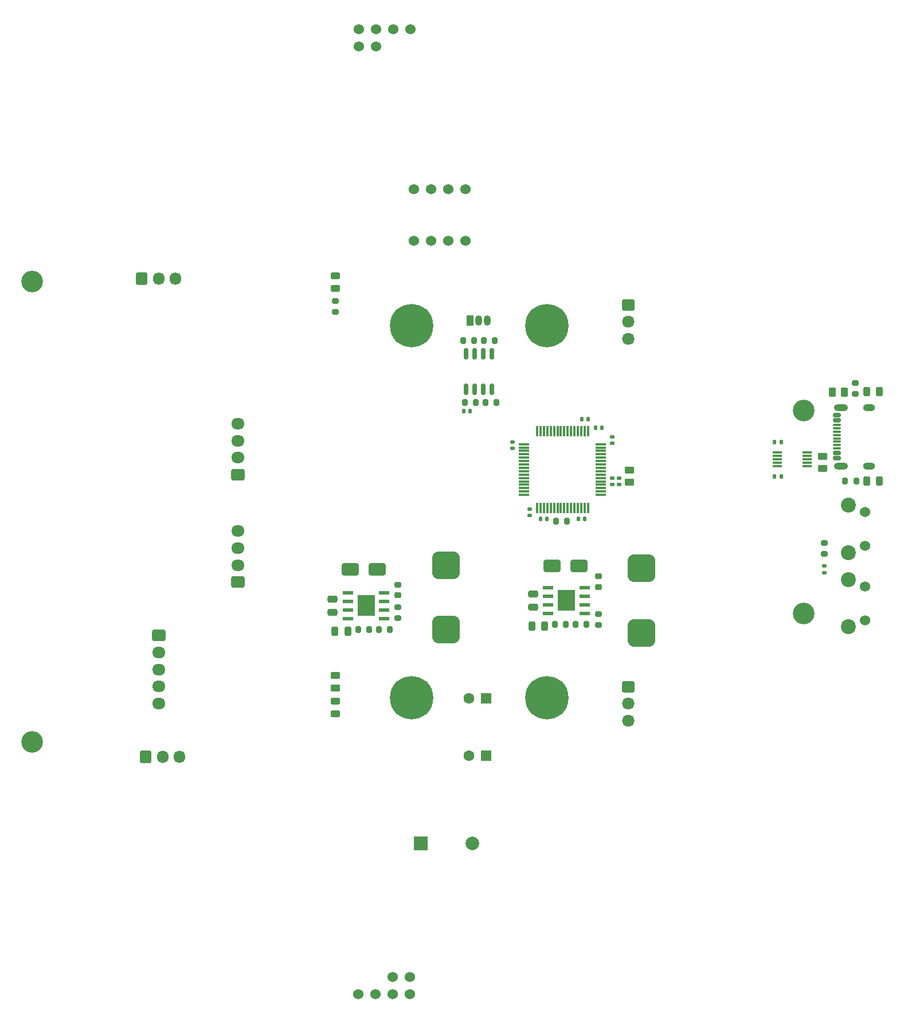
<source format=gbr>
%TF.GenerationSoftware,KiCad,Pcbnew,7.0.9*%
%TF.CreationDate,2025-01-29T15:25:45+09:00*%
%TF.ProjectId,01-MAIN,30312d4d-4149-44e2-9e6b-696361645f70,rev?*%
%TF.SameCoordinates,Original*%
%TF.FileFunction,Soldermask,Bot*%
%TF.FilePolarity,Negative*%
%FSLAX46Y46*%
G04 Gerber Fmt 4.6, Leading zero omitted, Abs format (unit mm)*
G04 Created by KiCad (PCBNEW 7.0.9) date 2025-01-29 15:25:45*
%MOMM*%
%LPD*%
G01*
G04 APERTURE LIST*
G04 Aperture macros list*
%AMRoundRect*
0 Rectangle with rounded corners*
0 $1 Rounding radius*
0 $2 $3 $4 $5 $6 $7 $8 $9 X,Y pos of 4 corners*
0 Add a 4 corners polygon primitive as box body*
4,1,4,$2,$3,$4,$5,$6,$7,$8,$9,$2,$3,0*
0 Add four circle primitives for the rounded corners*
1,1,$1+$1,$2,$3*
1,1,$1+$1,$4,$5*
1,1,$1+$1,$6,$7*
1,1,$1+$1,$8,$9*
0 Add four rect primitives between the rounded corners*
20,1,$1+$1,$2,$3,$4,$5,0*
20,1,$1+$1,$4,$5,$6,$7,0*
20,1,$1+$1,$6,$7,$8,$9,0*
20,1,$1+$1,$8,$9,$2,$3,0*%
G04 Aperture macros list end*
%ADD10RoundRect,0.250000X0.725000X-0.600000X0.725000X0.600000X-0.725000X0.600000X-0.725000X-0.600000X0*%
%ADD11O,1.950000X1.700000*%
%ADD12C,0.800000*%
%ADD13C,6.400000*%
%ADD14RoundRect,0.250000X-0.725000X0.600000X-0.725000X-0.600000X0.725000X-0.600000X0.725000X0.600000X0*%
%ADD15RoundRect,0.250000X-0.675000X0.600000X-0.675000X-0.600000X0.675000X-0.600000X0.675000X0.600000X0*%
%ADD16O,1.850000X1.700000*%
%ADD17R,1.050000X1.500000*%
%ADD18O,1.050000X1.500000*%
%ADD19C,3.200000*%
%ADD20RoundRect,0.250000X-0.600000X-0.675000X0.600000X-0.675000X0.600000X0.675000X-0.600000X0.675000X0*%
%ADD21O,1.700000X1.850000*%
%ADD22R,1.600000X1.600000*%
%ADD23C,1.600000*%
%ADD24C,1.524000*%
%ADD25R,2.000000X2.000000*%
%ADD26C,2.000000*%
%ADD27RoundRect,0.243750X-0.456250X0.243750X-0.456250X-0.243750X0.456250X-0.243750X0.456250X0.243750X0*%
%ADD28RoundRect,0.140000X0.140000X0.170000X-0.140000X0.170000X-0.140000X-0.170000X0.140000X-0.170000X0*%
%ADD29R,1.550000X0.600000*%
%ADD30R,2.600000X3.100000*%
%ADD31RoundRect,0.140000X-0.170000X0.140000X-0.170000X-0.140000X0.170000X-0.140000X0.170000X0.140000X0*%
%ADD32RoundRect,0.243750X0.243750X0.456250X-0.243750X0.456250X-0.243750X-0.456250X0.243750X-0.456250X0*%
%ADD33RoundRect,0.225000X0.250000X-0.225000X0.250000X0.225000X-0.250000X0.225000X-0.250000X-0.225000X0*%
%ADD34RoundRect,0.243750X-0.243750X-0.456250X0.243750X-0.456250X0.243750X0.456250X-0.243750X0.456250X0*%
%ADD35RoundRect,0.250000X0.450000X-0.262500X0.450000X0.262500X-0.450000X0.262500X-0.450000X-0.262500X0*%
%ADD36R,1.400000X0.300000*%
%ADD37RoundRect,0.200000X-0.200000X-0.275000X0.200000X-0.275000X0.200000X0.275000X-0.200000X0.275000X0*%
%ADD38RoundRect,0.250000X0.262500X0.450000X-0.262500X0.450000X-0.262500X-0.450000X0.262500X-0.450000X0*%
%ADD39RoundRect,0.200000X0.275000X-0.200000X0.275000X0.200000X-0.275000X0.200000X-0.275000X-0.200000X0*%
%ADD40C,2.200000*%
%ADD41RoundRect,0.200000X-0.275000X0.200000X-0.275000X-0.200000X0.275000X-0.200000X0.275000X0.200000X0*%
%ADD42RoundRect,1.025000X1.025000X-1.025000X1.025000X1.025000X-1.025000X1.025000X-1.025000X-1.025000X0*%
%ADD43O,1.800000X1.000000*%
%ADD44O,2.100000X1.000000*%
%ADD45RoundRect,0.150000X-0.425000X0.150000X-0.425000X-0.150000X0.425000X-0.150000X0.425000X0.150000X0*%
%ADD46RoundRect,0.075000X-0.500000X0.075000X-0.500000X-0.075000X0.500000X-0.075000X0.500000X0.075000X0*%
%ADD47RoundRect,0.200000X0.200000X0.275000X-0.200000X0.275000X-0.200000X-0.275000X0.200000X-0.275000X0*%
%ADD48RoundRect,0.075000X0.700000X0.075000X-0.700000X0.075000X-0.700000X-0.075000X0.700000X-0.075000X0*%
%ADD49RoundRect,0.075000X0.075000X0.700000X-0.075000X0.700000X-0.075000X-0.700000X0.075000X-0.700000X0*%
%ADD50RoundRect,0.140000X-0.140000X-0.170000X0.140000X-0.170000X0.140000X0.170000X-0.140000X0.170000X0*%
%ADD51RoundRect,0.250000X-0.475000X0.250000X-0.475000X-0.250000X0.475000X-0.250000X0.475000X0.250000X0*%
%ADD52RoundRect,0.150000X-0.150000X0.675000X-0.150000X-0.675000X0.150000X-0.675000X0.150000X0.675000X0*%
%ADD53RoundRect,0.250000X-0.450000X0.262500X-0.450000X-0.262500X0.450000X-0.262500X0.450000X0.262500X0*%
%ADD54RoundRect,0.140000X0.170000X-0.140000X0.170000X0.140000X-0.170000X0.140000X-0.170000X-0.140000X0*%
%ADD55RoundRect,0.250000X-1.000000X-0.650000X1.000000X-0.650000X1.000000X0.650000X-1.000000X0.650000X0*%
%ADD56RoundRect,0.243750X0.456250X-0.243750X0.456250X0.243750X-0.456250X0.243750X-0.456250X-0.243750X0*%
G04 APERTURE END LIST*
D10*
%TO.C,J1*%
X104394000Y-94488000D03*
D11*
X104394000Y-91988000D03*
X104394000Y-89488000D03*
X104394000Y-86988000D03*
%TD*%
D12*
%TO.C,H4*%
X127600000Y-127500000D03*
X128302944Y-125802944D03*
X128302944Y-129197056D03*
X130000000Y-125100000D03*
D13*
X130000000Y-127500000D03*
D12*
X130000000Y-129900000D03*
X131697056Y-125802944D03*
X131697056Y-129197056D03*
X132400000Y-127500000D03*
%TD*%
D14*
%TO.C,J3*%
X92710000Y-118270000D03*
D11*
X92710000Y-120770000D03*
X92710000Y-123270000D03*
X92710000Y-125770000D03*
X92710000Y-128270000D03*
%TD*%
D15*
%TO.C,J5*%
X162052000Y-69422000D03*
D16*
X162052000Y-71922000D03*
X162052000Y-74422000D03*
%TD*%
D17*
%TO.C,Q1*%
X138684000Y-71734000D03*
D18*
X139954000Y-71734000D03*
X141224000Y-71734000D03*
%TD*%
D19*
%TO.C,REF\u002A\u002A*%
X74000000Y-134000000D03*
%TD*%
%TO.C,REF\u002A\u002A*%
X187900000Y-115000000D03*
%TD*%
%TO.C,REF\u002A\u002A*%
X187900000Y-85000000D03*
%TD*%
D20*
%TO.C,J8*%
X90170000Y-65532000D03*
D21*
X92670000Y-65532000D03*
X95170000Y-65532000D03*
%TD*%
D20*
%TO.C,J7*%
X90758000Y-136144000D03*
D21*
X93258000Y-136144000D03*
X95758000Y-136144000D03*
%TD*%
D22*
%TO.C,C18*%
X141000000Y-136000000D03*
D23*
X138500000Y-136000000D03*
%TD*%
D12*
%TO.C,H2*%
X147600000Y-72500000D03*
X148302944Y-70802944D03*
X148302944Y-74197056D03*
X150000000Y-70100000D03*
D13*
X150000000Y-72500000D03*
D12*
X150000000Y-74900000D03*
X151697056Y-70802944D03*
X151697056Y-74197056D03*
X152400000Y-72500000D03*
%TD*%
D24*
%TO.C,U5*%
X122174000Y-171270000D03*
X124714000Y-171270000D03*
X127254000Y-171270000D03*
X129794000Y-171270000D03*
X127254000Y-168730000D03*
X129794000Y-168730000D03*
%TD*%
D15*
%TO.C,J6*%
X162052000Y-125810000D03*
D16*
X162052000Y-128310000D03*
X162052000Y-130810000D03*
%TD*%
D12*
%TO.C,H3*%
X127600000Y-72500000D03*
X128302944Y-70802944D03*
X128302944Y-74197056D03*
X130000000Y-70100000D03*
D13*
X130000000Y-72500000D03*
D12*
X130000000Y-74900000D03*
X131697056Y-70802944D03*
X131697056Y-74197056D03*
X132400000Y-72500000D03*
%TD*%
D24*
%TO.C,U3*%
X129810000Y-28730000D03*
X127270000Y-28730000D03*
X124730000Y-28730000D03*
X122190000Y-28730000D03*
X124730000Y-31270000D03*
X122190000Y-31270000D03*
%TD*%
D10*
%TO.C,J2*%
X104394000Y-110363000D03*
D11*
X104394000Y-107863000D03*
X104394000Y-105363000D03*
X104394000Y-102863000D03*
%TD*%
D24*
%TO.C,U4*%
X130380000Y-60000000D03*
X132920000Y-60000000D03*
X135460000Y-60000000D03*
X138000000Y-60000000D03*
X138000000Y-52380000D03*
X135460000Y-52380000D03*
X132920000Y-52380000D03*
X130380000Y-52380000D03*
%TD*%
D22*
%TO.C,C19*%
X141000000Y-127508000D03*
D23*
X138500000Y-127508000D03*
%TD*%
D25*
%TO.C,BZ1*%
X131400000Y-149000000D03*
D26*
X139000000Y-149000000D03*
%TD*%
D19*
%TO.C,REF\u002A\u002A*%
X74000000Y-66000000D03*
%TD*%
D12*
%TO.C,H1*%
X147600000Y-127500000D03*
X148302944Y-125802944D03*
X148302944Y-129197056D03*
X150000000Y-125100000D03*
D13*
X150000000Y-127500000D03*
D12*
X150000000Y-129900000D03*
X151697056Y-125802944D03*
X151697056Y-129197056D03*
X152400000Y-127500000D03*
%TD*%
D27*
%TO.C,D2*%
X118745000Y-127967500D03*
X118745000Y-129842500D03*
%TD*%
D28*
%TO.C,C12*%
X184601000Y-89688000D03*
X183641000Y-89688000D03*
%TD*%
D29*
%TO.C,U8*%
X125982000Y-111928000D03*
X125982000Y-113198000D03*
X125982000Y-114468000D03*
X125982000Y-115738000D03*
X120582000Y-115738000D03*
X120582000Y-114468000D03*
X120582000Y-113198000D03*
X120582000Y-111928000D03*
D30*
X123282000Y-113833000D03*
%TD*%
D31*
%TO.C,C10*%
X159679000Y-95016000D03*
X159679000Y-95976000D03*
%TD*%
D32*
%TO.C,D7*%
X149636500Y-116916000D03*
X147761500Y-116916000D03*
%TD*%
D33*
%TO.C,C17*%
X128016000Y-112344000D03*
X128016000Y-110794000D03*
%TD*%
D34*
%TO.C,D4*%
X197211500Y-95486000D03*
X199086500Y-95486000D03*
%TD*%
D35*
%TO.C,R9*%
X190754000Y-93622500D03*
X190754000Y-91797500D03*
%TD*%
D36*
%TO.C,U6*%
X188468000Y-91218000D03*
X188468000Y-91718000D03*
X188468000Y-92218000D03*
X188468000Y-92718000D03*
X188468000Y-93218000D03*
X184068000Y-93218000D03*
X184068000Y-92718000D03*
X184068000Y-92218000D03*
X184068000Y-91718000D03*
X184068000Y-91218000D03*
%TD*%
D37*
%TO.C,R18*%
X122111000Y-117411000D03*
X123761000Y-117411000D03*
%TD*%
D29*
%TO.C,U7*%
X155555000Y-111179000D03*
X155555000Y-112449000D03*
X155555000Y-113719000D03*
X155555000Y-114989000D03*
X150155000Y-114989000D03*
X150155000Y-113719000D03*
X150155000Y-112449000D03*
X150155000Y-111179000D03*
D30*
X152855000Y-113084000D03*
%TD*%
D38*
%TO.C,R11*%
X193952500Y-82296000D03*
X192127500Y-82296000D03*
%TD*%
D39*
%TO.C,R7*%
X118745000Y-70485000D03*
X118745000Y-68835000D03*
%TD*%
D40*
%TO.C,SW1*%
X194500000Y-110000000D03*
X194500000Y-117000000D03*
D24*
X197000000Y-111000000D03*
X197000000Y-116000000D03*
%TD*%
D28*
%TO.C,C4*%
X155587000Y-101084000D03*
X154627000Y-101084000D03*
%TD*%
D37*
%TO.C,R17*%
X151176000Y-116662000D03*
X152826000Y-116662000D03*
%TD*%
D41*
%TO.C,R15*%
X128016000Y-114046000D03*
X128016000Y-115696000D03*
%TD*%
D37*
%TO.C,R1*%
X140653000Y-74676000D03*
X142303000Y-74676000D03*
%TD*%
%TO.C,R4*%
X137859000Y-83820000D03*
X139509000Y-83820000D03*
%TD*%
D42*
%TO.C,L2*%
X135128000Y-107911000D03*
X135128000Y-117411000D03*
%TD*%
D43*
%TO.C,J4*%
X197612000Y-84580000D03*
D44*
X193432000Y-84580000D03*
D43*
X197612000Y-93220000D03*
D44*
X193432000Y-93220000D03*
D45*
X192857000Y-85700000D03*
X192857000Y-86500000D03*
D46*
X192857000Y-87650000D03*
X192857000Y-88650000D03*
X192857000Y-89150000D03*
X192857000Y-90150000D03*
D45*
X192857000Y-91300000D03*
X192857000Y-92100000D03*
X192857000Y-92100000D03*
X192857000Y-91300000D03*
D46*
X192857000Y-90650000D03*
X192857000Y-89650000D03*
X192857000Y-88150000D03*
X192857000Y-87150000D03*
D45*
X192857000Y-86500000D03*
X192857000Y-85700000D03*
%TD*%
D47*
%TO.C,R3*%
X139255000Y-74676000D03*
X137605000Y-74676000D03*
%TD*%
D40*
%TO.C,SW2*%
X194500000Y-99000000D03*
X194500000Y-106000000D03*
D24*
X197000000Y-100000000D03*
X197000000Y-105000000D03*
%TD*%
D48*
%TO.C,U1*%
X157988000Y-90004000D03*
X157988000Y-90504000D03*
X157988000Y-91004000D03*
X157988000Y-91504000D03*
X157988000Y-92004000D03*
X157988000Y-92504000D03*
X157988000Y-93004000D03*
X157988000Y-93504000D03*
X157988000Y-94004000D03*
X157988000Y-94504000D03*
X157988000Y-95004000D03*
X157988000Y-95504000D03*
X157988000Y-96004000D03*
X157988000Y-96504000D03*
X157988000Y-97004000D03*
X157988000Y-97504000D03*
D49*
X156063000Y-99429000D03*
X155563000Y-99429000D03*
X155063000Y-99429000D03*
X154563000Y-99429000D03*
X154063000Y-99429000D03*
X153563000Y-99429000D03*
X153063000Y-99429000D03*
X152563000Y-99429000D03*
X152063000Y-99429000D03*
X151563000Y-99429000D03*
X151063000Y-99429000D03*
X150563000Y-99429000D03*
X150063000Y-99429000D03*
X149563000Y-99429000D03*
X149063000Y-99429000D03*
X148563000Y-99429000D03*
D48*
X146638000Y-97504000D03*
X146638000Y-97004000D03*
X146638000Y-96504000D03*
X146638000Y-96004000D03*
X146638000Y-95504000D03*
X146638000Y-95004000D03*
X146638000Y-94504000D03*
X146638000Y-94004000D03*
X146638000Y-93504000D03*
X146638000Y-93004000D03*
X146638000Y-92504000D03*
X146638000Y-92004000D03*
X146638000Y-91504000D03*
X146638000Y-91004000D03*
X146638000Y-90504000D03*
X146638000Y-90004000D03*
D49*
X148563000Y-88079000D03*
X149063000Y-88079000D03*
X149563000Y-88079000D03*
X150063000Y-88079000D03*
X150563000Y-88079000D03*
X151063000Y-88079000D03*
X151563000Y-88079000D03*
X152063000Y-88079000D03*
X152563000Y-88079000D03*
X153063000Y-88079000D03*
X153563000Y-88079000D03*
X154063000Y-88079000D03*
X154563000Y-88079000D03*
X155063000Y-88079000D03*
X155563000Y-88079000D03*
X156063000Y-88079000D03*
%TD*%
D47*
%TO.C,R14*%
X155874000Y-116662000D03*
X154224000Y-116662000D03*
%TD*%
D31*
%TO.C,C11*%
X160695000Y-95016000D03*
X160695000Y-95976000D03*
%TD*%
D50*
%TO.C,C9*%
X137724000Y-85090000D03*
X138684000Y-85090000D03*
%TD*%
D37*
%TO.C,R6*%
X151321000Y-101346000D03*
X152971000Y-101346000D03*
%TD*%
D51*
%TO.C,C15*%
X118364000Y-112905000D03*
X118364000Y-114805000D03*
%TD*%
D34*
%TO.C,D3*%
X197211500Y-82278000D03*
X199086500Y-82278000D03*
%TD*%
D52*
%TO.C,U2*%
X138049000Y-76623000D03*
X139319000Y-76623000D03*
X140589000Y-76623000D03*
X141859000Y-76623000D03*
X141859000Y-81873000D03*
X140589000Y-81873000D03*
X139319000Y-81873000D03*
X138049000Y-81873000D03*
%TD*%
D41*
%TO.C,R13*%
X157589000Y-115075000D03*
X157589000Y-116725000D03*
%TD*%
D51*
%TO.C,C14*%
X147937000Y-112156000D03*
X147937000Y-114056000D03*
%TD*%
D53*
%TO.C,R8*%
X118745000Y-124182500D03*
X118745000Y-126007500D03*
%TD*%
D32*
%TO.C,D8*%
X120571500Y-117665000D03*
X118696500Y-117665000D03*
%TD*%
D33*
%TO.C,C16*%
X157589000Y-111087000D03*
X157589000Y-109537000D03*
%TD*%
D54*
%TO.C,C5*%
X147487000Y-100576000D03*
X147487000Y-99616000D03*
%TD*%
D41*
%TO.C,R2*%
X191008000Y-104585000D03*
X191008000Y-106235000D03*
%TD*%
D47*
%TO.C,R12*%
X195672000Y-95486000D03*
X194022000Y-95486000D03*
%TD*%
D50*
%TO.C,C13*%
X183641000Y-94768000D03*
X184601000Y-94768000D03*
%TD*%
D39*
%TO.C,R10*%
X195580000Y-82613000D03*
X195580000Y-80963000D03*
%TD*%
D47*
%TO.C,R16*%
X126809000Y-117411000D03*
X125159000Y-117411000D03*
%TD*%
D54*
%TO.C,C6*%
X144947000Y-90642000D03*
X144947000Y-89682000D03*
%TD*%
D31*
%TO.C,C1*%
X191000000Y-108000000D03*
X191000000Y-108960000D03*
%TD*%
D55*
%TO.C,D6*%
X120936000Y-108521000D03*
X124936000Y-108521000D03*
%TD*%
D47*
%TO.C,R5*%
X142557000Y-83820000D03*
X140907000Y-83820000D03*
%TD*%
D55*
%TO.C,D5*%
X150763000Y-108026000D03*
X154763000Y-108026000D03*
%TD*%
D50*
%TO.C,C8*%
X155135000Y-86352000D03*
X156095000Y-86352000D03*
%TD*%
D28*
%TO.C,C2*%
X149999000Y-101084000D03*
X149039000Y-101084000D03*
%TD*%
D31*
%TO.C,C3*%
X159679000Y-88920000D03*
X159679000Y-89880000D03*
%TD*%
D53*
%TO.C,FB1*%
X162219000Y-93821500D03*
X162219000Y-95646500D03*
%TD*%
D42*
%TO.C,L1*%
X163939000Y-108356000D03*
X163939000Y-117856000D03*
%TD*%
D50*
%TO.C,C7*%
X157167000Y-87622000D03*
X158127000Y-87622000D03*
%TD*%
D56*
%TO.C,D1*%
X118745000Y-66977500D03*
X118745000Y-65102500D03*
%TD*%
M02*

</source>
